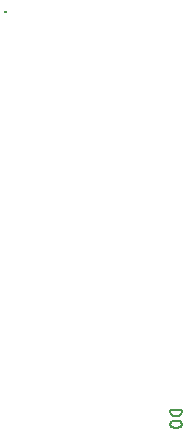
<source format=gbr>
%TF.GenerationSoftware,KiCad,Pcbnew,7.0.9*%
%TF.CreationDate,2024-03-13T22:59:51+01:00*%
%TF.ProjectId,FCU_Mainboard_v2,4643555f-4d61-4696-9e62-6f6172645f76,rev?*%
%TF.SameCoordinates,Original*%
%TF.FileFunction,Legend,Bot*%
%TF.FilePolarity,Positive*%
%FSLAX46Y46*%
G04 Gerber Fmt 4.6, Leading zero omitted, Abs format (unit mm)*
G04 Created by KiCad (PCBNEW 7.0.9) date 2024-03-13 22:59:51*
%MOMM*%
%LPD*%
G01*
G04 APERTURE LIST*
%ADD10C,0.150000*%
G04 APERTURE END LIST*
D10*
X158789819Y-104035905D02*
X157789819Y-104035905D01*
X157789819Y-104035905D02*
X157789819Y-104274000D01*
X157789819Y-104274000D02*
X157837438Y-104416857D01*
X157837438Y-104416857D02*
X157932676Y-104512095D01*
X157932676Y-104512095D02*
X158027914Y-104559714D01*
X158027914Y-104559714D02*
X158218390Y-104607333D01*
X158218390Y-104607333D02*
X158361247Y-104607333D01*
X158361247Y-104607333D02*
X158551723Y-104559714D01*
X158551723Y-104559714D02*
X158646961Y-104512095D01*
X158646961Y-104512095D02*
X158742200Y-104416857D01*
X158742200Y-104416857D02*
X158789819Y-104274000D01*
X158789819Y-104274000D02*
X158789819Y-104035905D01*
X157789819Y-105226381D02*
X157789819Y-105321619D01*
X157789819Y-105321619D02*
X157837438Y-105416857D01*
X157837438Y-105416857D02*
X157885057Y-105464476D01*
X157885057Y-105464476D02*
X157980295Y-105512095D01*
X157980295Y-105512095D02*
X158170771Y-105559714D01*
X158170771Y-105559714D02*
X158408866Y-105559714D01*
X158408866Y-105559714D02*
X158599342Y-105512095D01*
X158599342Y-105512095D02*
X158694580Y-105464476D01*
X158694580Y-105464476D02*
X158742200Y-105416857D01*
X158742200Y-105416857D02*
X158789819Y-105321619D01*
X158789819Y-105321619D02*
X158789819Y-105226381D01*
X158789819Y-105226381D02*
X158742200Y-105131143D01*
X158742200Y-105131143D02*
X158694580Y-105083524D01*
X158694580Y-105083524D02*
X158599342Y-105035905D01*
X158599342Y-105035905D02*
X158408866Y-104988286D01*
X158408866Y-104988286D02*
X158170771Y-104988286D01*
X158170771Y-104988286D02*
X157980295Y-105035905D01*
X157980295Y-105035905D02*
X157885057Y-105083524D01*
X157885057Y-105083524D02*
X157837438Y-105131143D01*
X157837438Y-105131143D02*
X157789819Y-105226381D01*
X143835580Y-70356999D02*
X143883200Y-70309380D01*
X143883200Y-70309380D02*
X143930819Y-70356999D01*
X143930819Y-70356999D02*
X143883200Y-70404618D01*
X143883200Y-70404618D02*
X143835580Y-70356999D01*
X143835580Y-70356999D02*
X143930819Y-70356999D01*
M02*

</source>
